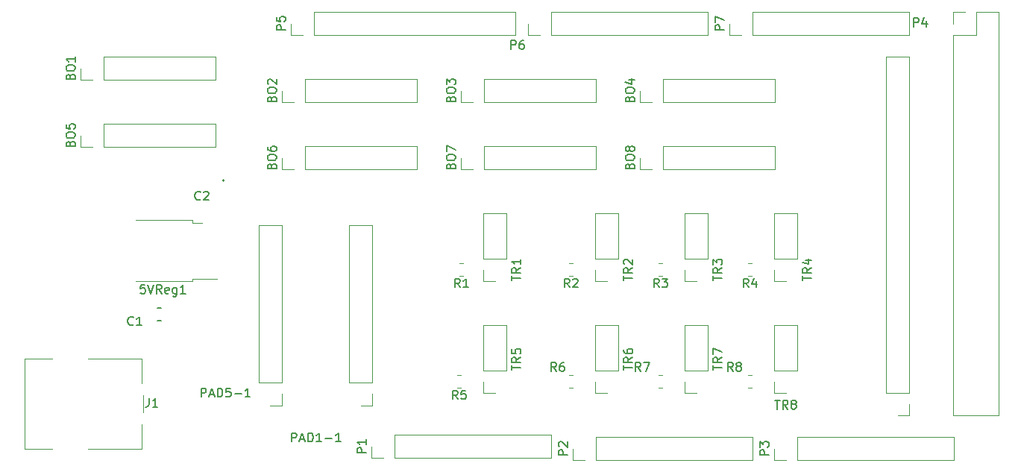
<source format=gbr>
%TF.GenerationSoftware,KiCad,Pcbnew,(7.0.0)*%
%TF.CreationDate,2023-03-13T14:58:07-04:00*%
%TF.ProjectId,warmingTray_v2,7761726d-696e-4675-9472-61795f76322e,rev?*%
%TF.SameCoordinates,Original*%
%TF.FileFunction,Legend,Top*%
%TF.FilePolarity,Positive*%
%FSLAX46Y46*%
G04 Gerber Fmt 4.6, Leading zero omitted, Abs format (unit mm)*
G04 Created by KiCad (PCBNEW (7.0.0)) date 2023-03-13 14:58:07*
%MOMM*%
%LPD*%
G01*
G04 APERTURE LIST*
%ADD10C,0.150000*%
%ADD11C,0.120000*%
%ADD12C,0.152400*%
G04 APERTURE END LIST*
D10*
%TO.C,R5*%
X150709333Y-113777380D02*
X150376000Y-113301190D01*
X150137905Y-113777380D02*
X150137905Y-112777380D01*
X150137905Y-112777380D02*
X150518857Y-112777380D01*
X150518857Y-112777380D02*
X150614095Y-112825000D01*
X150614095Y-112825000D02*
X150661714Y-112872619D01*
X150661714Y-112872619D02*
X150709333Y-112967857D01*
X150709333Y-112967857D02*
X150709333Y-113110714D01*
X150709333Y-113110714D02*
X150661714Y-113205952D01*
X150661714Y-113205952D02*
X150614095Y-113253571D01*
X150614095Y-113253571D02*
X150518857Y-113301190D01*
X150518857Y-113301190D02*
X150137905Y-113301190D01*
X151614095Y-112777380D02*
X151137905Y-112777380D01*
X151137905Y-112777380D02*
X151090286Y-113253571D01*
X151090286Y-113253571D02*
X151137905Y-113205952D01*
X151137905Y-113205952D02*
X151233143Y-113158333D01*
X151233143Y-113158333D02*
X151471238Y-113158333D01*
X151471238Y-113158333D02*
X151566476Y-113205952D01*
X151566476Y-113205952D02*
X151614095Y-113253571D01*
X151614095Y-113253571D02*
X151661714Y-113348809D01*
X151661714Y-113348809D02*
X151661714Y-113586904D01*
X151661714Y-113586904D02*
X151614095Y-113682142D01*
X151614095Y-113682142D02*
X151566476Y-113729761D01*
X151566476Y-113729761D02*
X151471238Y-113777380D01*
X151471238Y-113777380D02*
X151233143Y-113777380D01*
X151233143Y-113777380D02*
X151137905Y-113729761D01*
X151137905Y-113729761D02*
X151090286Y-113682142D01*
%TO.C,PAD5-1*%
X121571095Y-113524380D02*
X121571095Y-112524380D01*
X121571095Y-112524380D02*
X121952047Y-112524380D01*
X121952047Y-112524380D02*
X122047285Y-112572000D01*
X122047285Y-112572000D02*
X122094904Y-112619619D01*
X122094904Y-112619619D02*
X122142523Y-112714857D01*
X122142523Y-112714857D02*
X122142523Y-112857714D01*
X122142523Y-112857714D02*
X122094904Y-112952952D01*
X122094904Y-112952952D02*
X122047285Y-113000571D01*
X122047285Y-113000571D02*
X121952047Y-113048190D01*
X121952047Y-113048190D02*
X121571095Y-113048190D01*
X122523476Y-113238666D02*
X122999666Y-113238666D01*
X122428238Y-113524380D02*
X122761571Y-112524380D01*
X122761571Y-112524380D02*
X123094904Y-113524380D01*
X123428238Y-113524380D02*
X123428238Y-112524380D01*
X123428238Y-112524380D02*
X123666333Y-112524380D01*
X123666333Y-112524380D02*
X123809190Y-112572000D01*
X123809190Y-112572000D02*
X123904428Y-112667238D01*
X123904428Y-112667238D02*
X123952047Y-112762476D01*
X123952047Y-112762476D02*
X123999666Y-112952952D01*
X123999666Y-112952952D02*
X123999666Y-113095809D01*
X123999666Y-113095809D02*
X123952047Y-113286285D01*
X123952047Y-113286285D02*
X123904428Y-113381523D01*
X123904428Y-113381523D02*
X123809190Y-113476761D01*
X123809190Y-113476761D02*
X123666333Y-113524380D01*
X123666333Y-113524380D02*
X123428238Y-113524380D01*
X124904428Y-112524380D02*
X124428238Y-112524380D01*
X124428238Y-112524380D02*
X124380619Y-113000571D01*
X124380619Y-113000571D02*
X124428238Y-112952952D01*
X124428238Y-112952952D02*
X124523476Y-112905333D01*
X124523476Y-112905333D02*
X124761571Y-112905333D01*
X124761571Y-112905333D02*
X124856809Y-112952952D01*
X124856809Y-112952952D02*
X124904428Y-113000571D01*
X124904428Y-113000571D02*
X124952047Y-113095809D01*
X124952047Y-113095809D02*
X124952047Y-113333904D01*
X124952047Y-113333904D02*
X124904428Y-113429142D01*
X124904428Y-113429142D02*
X124856809Y-113476761D01*
X124856809Y-113476761D02*
X124761571Y-113524380D01*
X124761571Y-113524380D02*
X124523476Y-113524380D01*
X124523476Y-113524380D02*
X124428238Y-113476761D01*
X124428238Y-113476761D02*
X124380619Y-113429142D01*
X125380619Y-113143428D02*
X126142524Y-113143428D01*
X127142523Y-113524380D02*
X126571095Y-113524380D01*
X126856809Y-113524380D02*
X126856809Y-112524380D01*
X126856809Y-112524380D02*
X126761571Y-112667238D01*
X126761571Y-112667238D02*
X126666333Y-112762476D01*
X126666333Y-112762476D02*
X126571095Y-112810095D01*
%TO.C,P1*%
X140277380Y-119864094D02*
X139277380Y-119864094D01*
X139277380Y-119864094D02*
X139277380Y-119483142D01*
X139277380Y-119483142D02*
X139325000Y-119387904D01*
X139325000Y-119387904D02*
X139372619Y-119340285D01*
X139372619Y-119340285D02*
X139467857Y-119292666D01*
X139467857Y-119292666D02*
X139610714Y-119292666D01*
X139610714Y-119292666D02*
X139705952Y-119340285D01*
X139705952Y-119340285D02*
X139753571Y-119387904D01*
X139753571Y-119387904D02*
X139801190Y-119483142D01*
X139801190Y-119483142D02*
X139801190Y-119864094D01*
X140277380Y-118340285D02*
X140277380Y-118911713D01*
X140277380Y-118625999D02*
X139277380Y-118625999D01*
X139277380Y-118625999D02*
X139420238Y-118721237D01*
X139420238Y-118721237D02*
X139515476Y-118816475D01*
X139515476Y-118816475D02*
X139563095Y-118911713D01*
%TO.C,TR4*%
X189867380Y-100321904D02*
X189867380Y-99750476D01*
X190867380Y-100036190D02*
X189867380Y-100036190D01*
X190867380Y-98845714D02*
X190391190Y-99179047D01*
X190867380Y-99417142D02*
X189867380Y-99417142D01*
X189867380Y-99417142D02*
X189867380Y-99036190D01*
X189867380Y-99036190D02*
X189915000Y-98940952D01*
X189915000Y-98940952D02*
X189962619Y-98893333D01*
X189962619Y-98893333D02*
X190057857Y-98845714D01*
X190057857Y-98845714D02*
X190200714Y-98845714D01*
X190200714Y-98845714D02*
X190295952Y-98893333D01*
X190295952Y-98893333D02*
X190343571Y-98940952D01*
X190343571Y-98940952D02*
X190391190Y-99036190D01*
X190391190Y-99036190D02*
X190391190Y-99417142D01*
X190200714Y-97988571D02*
X190867380Y-97988571D01*
X189819761Y-98226666D02*
X190534047Y-98464761D01*
X190534047Y-98464761D02*
X190534047Y-97845714D01*
%TO.C,TR6*%
X169547380Y-110481904D02*
X169547380Y-109910476D01*
X170547380Y-110196190D02*
X169547380Y-110196190D01*
X170547380Y-109005714D02*
X170071190Y-109339047D01*
X170547380Y-109577142D02*
X169547380Y-109577142D01*
X169547380Y-109577142D02*
X169547380Y-109196190D01*
X169547380Y-109196190D02*
X169595000Y-109100952D01*
X169595000Y-109100952D02*
X169642619Y-109053333D01*
X169642619Y-109053333D02*
X169737857Y-109005714D01*
X169737857Y-109005714D02*
X169880714Y-109005714D01*
X169880714Y-109005714D02*
X169975952Y-109053333D01*
X169975952Y-109053333D02*
X170023571Y-109100952D01*
X170023571Y-109100952D02*
X170071190Y-109196190D01*
X170071190Y-109196190D02*
X170071190Y-109577142D01*
X169547380Y-108148571D02*
X169547380Y-108339047D01*
X169547380Y-108339047D02*
X169595000Y-108434285D01*
X169595000Y-108434285D02*
X169642619Y-108481904D01*
X169642619Y-108481904D02*
X169785476Y-108577142D01*
X169785476Y-108577142D02*
X169975952Y-108624761D01*
X169975952Y-108624761D02*
X170356904Y-108624761D01*
X170356904Y-108624761D02*
X170452142Y-108577142D01*
X170452142Y-108577142D02*
X170499761Y-108529523D01*
X170499761Y-108529523D02*
X170547380Y-108434285D01*
X170547380Y-108434285D02*
X170547380Y-108243809D01*
X170547380Y-108243809D02*
X170499761Y-108148571D01*
X170499761Y-108148571D02*
X170452142Y-108100952D01*
X170452142Y-108100952D02*
X170356904Y-108053333D01*
X170356904Y-108053333D02*
X170118809Y-108053333D01*
X170118809Y-108053333D02*
X170023571Y-108100952D01*
X170023571Y-108100952D02*
X169975952Y-108148571D01*
X169975952Y-108148571D02*
X169928333Y-108243809D01*
X169928333Y-108243809D02*
X169928333Y-108434285D01*
X169928333Y-108434285D02*
X169975952Y-108529523D01*
X169975952Y-108529523D02*
X170023571Y-108577142D01*
X170023571Y-108577142D02*
X170118809Y-108624761D01*
%TO.C,5VReg1*%
X115187380Y-100782380D02*
X114711190Y-100782380D01*
X114711190Y-100782380D02*
X114663571Y-101258571D01*
X114663571Y-101258571D02*
X114711190Y-101210952D01*
X114711190Y-101210952D02*
X114806428Y-101163333D01*
X114806428Y-101163333D02*
X115044523Y-101163333D01*
X115044523Y-101163333D02*
X115139761Y-101210952D01*
X115139761Y-101210952D02*
X115187380Y-101258571D01*
X115187380Y-101258571D02*
X115234999Y-101353809D01*
X115234999Y-101353809D02*
X115234999Y-101591904D01*
X115234999Y-101591904D02*
X115187380Y-101687142D01*
X115187380Y-101687142D02*
X115139761Y-101734761D01*
X115139761Y-101734761D02*
X115044523Y-101782380D01*
X115044523Y-101782380D02*
X114806428Y-101782380D01*
X114806428Y-101782380D02*
X114711190Y-101734761D01*
X114711190Y-101734761D02*
X114663571Y-101687142D01*
X115520714Y-100782380D02*
X115854047Y-101782380D01*
X115854047Y-101782380D02*
X116187380Y-100782380D01*
X117092142Y-101782380D02*
X116758809Y-101306190D01*
X116520714Y-101782380D02*
X116520714Y-100782380D01*
X116520714Y-100782380D02*
X116901666Y-100782380D01*
X116901666Y-100782380D02*
X116996904Y-100830000D01*
X116996904Y-100830000D02*
X117044523Y-100877619D01*
X117044523Y-100877619D02*
X117092142Y-100972857D01*
X117092142Y-100972857D02*
X117092142Y-101115714D01*
X117092142Y-101115714D02*
X117044523Y-101210952D01*
X117044523Y-101210952D02*
X116996904Y-101258571D01*
X116996904Y-101258571D02*
X116901666Y-101306190D01*
X116901666Y-101306190D02*
X116520714Y-101306190D01*
X117901666Y-101734761D02*
X117806428Y-101782380D01*
X117806428Y-101782380D02*
X117615952Y-101782380D01*
X117615952Y-101782380D02*
X117520714Y-101734761D01*
X117520714Y-101734761D02*
X117473095Y-101639523D01*
X117473095Y-101639523D02*
X117473095Y-101258571D01*
X117473095Y-101258571D02*
X117520714Y-101163333D01*
X117520714Y-101163333D02*
X117615952Y-101115714D01*
X117615952Y-101115714D02*
X117806428Y-101115714D01*
X117806428Y-101115714D02*
X117901666Y-101163333D01*
X117901666Y-101163333D02*
X117949285Y-101258571D01*
X117949285Y-101258571D02*
X117949285Y-101353809D01*
X117949285Y-101353809D02*
X117473095Y-101449047D01*
X118806428Y-101115714D02*
X118806428Y-101925238D01*
X118806428Y-101925238D02*
X118758809Y-102020476D01*
X118758809Y-102020476D02*
X118711190Y-102068095D01*
X118711190Y-102068095D02*
X118615952Y-102115714D01*
X118615952Y-102115714D02*
X118473095Y-102115714D01*
X118473095Y-102115714D02*
X118377857Y-102068095D01*
X118806428Y-101734761D02*
X118711190Y-101782380D01*
X118711190Y-101782380D02*
X118520714Y-101782380D01*
X118520714Y-101782380D02*
X118425476Y-101734761D01*
X118425476Y-101734761D02*
X118377857Y-101687142D01*
X118377857Y-101687142D02*
X118330238Y-101591904D01*
X118330238Y-101591904D02*
X118330238Y-101306190D01*
X118330238Y-101306190D02*
X118377857Y-101210952D01*
X118377857Y-101210952D02*
X118425476Y-101163333D01*
X118425476Y-101163333D02*
X118520714Y-101115714D01*
X118520714Y-101115714D02*
X118711190Y-101115714D01*
X118711190Y-101115714D02*
X118806428Y-101163333D01*
X119806428Y-101782380D02*
X119235000Y-101782380D01*
X119520714Y-101782380D02*
X119520714Y-100782380D01*
X119520714Y-100782380D02*
X119425476Y-100925238D01*
X119425476Y-100925238D02*
X119330238Y-101020476D01*
X119330238Y-101020476D02*
X119235000Y-101068095D01*
%TO.C,BO5*%
X106733571Y-84748571D02*
X106781190Y-84605714D01*
X106781190Y-84605714D02*
X106828809Y-84558095D01*
X106828809Y-84558095D02*
X106924047Y-84510476D01*
X106924047Y-84510476D02*
X107066904Y-84510476D01*
X107066904Y-84510476D02*
X107162142Y-84558095D01*
X107162142Y-84558095D02*
X107209761Y-84605714D01*
X107209761Y-84605714D02*
X107257380Y-84700952D01*
X107257380Y-84700952D02*
X107257380Y-85081904D01*
X107257380Y-85081904D02*
X106257380Y-85081904D01*
X106257380Y-85081904D02*
X106257380Y-84748571D01*
X106257380Y-84748571D02*
X106305000Y-84653333D01*
X106305000Y-84653333D02*
X106352619Y-84605714D01*
X106352619Y-84605714D02*
X106447857Y-84558095D01*
X106447857Y-84558095D02*
X106543095Y-84558095D01*
X106543095Y-84558095D02*
X106638333Y-84605714D01*
X106638333Y-84605714D02*
X106685952Y-84653333D01*
X106685952Y-84653333D02*
X106733571Y-84748571D01*
X106733571Y-84748571D02*
X106733571Y-85081904D01*
X106257380Y-83891428D02*
X106257380Y-83700952D01*
X106257380Y-83700952D02*
X106305000Y-83605714D01*
X106305000Y-83605714D02*
X106400238Y-83510476D01*
X106400238Y-83510476D02*
X106590714Y-83462857D01*
X106590714Y-83462857D02*
X106924047Y-83462857D01*
X106924047Y-83462857D02*
X107114523Y-83510476D01*
X107114523Y-83510476D02*
X107209761Y-83605714D01*
X107209761Y-83605714D02*
X107257380Y-83700952D01*
X107257380Y-83700952D02*
X107257380Y-83891428D01*
X107257380Y-83891428D02*
X107209761Y-83986666D01*
X107209761Y-83986666D02*
X107114523Y-84081904D01*
X107114523Y-84081904D02*
X106924047Y-84129523D01*
X106924047Y-84129523D02*
X106590714Y-84129523D01*
X106590714Y-84129523D02*
X106400238Y-84081904D01*
X106400238Y-84081904D02*
X106305000Y-83986666D01*
X106305000Y-83986666D02*
X106257380Y-83891428D01*
X106257380Y-82558095D02*
X106257380Y-83034285D01*
X106257380Y-83034285D02*
X106733571Y-83081904D01*
X106733571Y-83081904D02*
X106685952Y-83034285D01*
X106685952Y-83034285D02*
X106638333Y-82939047D01*
X106638333Y-82939047D02*
X106638333Y-82700952D01*
X106638333Y-82700952D02*
X106685952Y-82605714D01*
X106685952Y-82605714D02*
X106733571Y-82558095D01*
X106733571Y-82558095D02*
X106828809Y-82510476D01*
X106828809Y-82510476D02*
X107066904Y-82510476D01*
X107066904Y-82510476D02*
X107162142Y-82558095D01*
X107162142Y-82558095D02*
X107209761Y-82605714D01*
X107209761Y-82605714D02*
X107257380Y-82700952D01*
X107257380Y-82700952D02*
X107257380Y-82939047D01*
X107257380Y-82939047D02*
X107209761Y-83034285D01*
X107209761Y-83034285D02*
X107162142Y-83081904D01*
%TO.C,TR5*%
X156847380Y-110481904D02*
X156847380Y-109910476D01*
X157847380Y-110196190D02*
X156847380Y-110196190D01*
X157847380Y-109005714D02*
X157371190Y-109339047D01*
X157847380Y-109577142D02*
X156847380Y-109577142D01*
X156847380Y-109577142D02*
X156847380Y-109196190D01*
X156847380Y-109196190D02*
X156895000Y-109100952D01*
X156895000Y-109100952D02*
X156942619Y-109053333D01*
X156942619Y-109053333D02*
X157037857Y-109005714D01*
X157037857Y-109005714D02*
X157180714Y-109005714D01*
X157180714Y-109005714D02*
X157275952Y-109053333D01*
X157275952Y-109053333D02*
X157323571Y-109100952D01*
X157323571Y-109100952D02*
X157371190Y-109196190D01*
X157371190Y-109196190D02*
X157371190Y-109577142D01*
X156847380Y-108100952D02*
X156847380Y-108577142D01*
X156847380Y-108577142D02*
X157323571Y-108624761D01*
X157323571Y-108624761D02*
X157275952Y-108577142D01*
X157275952Y-108577142D02*
X157228333Y-108481904D01*
X157228333Y-108481904D02*
X157228333Y-108243809D01*
X157228333Y-108243809D02*
X157275952Y-108148571D01*
X157275952Y-108148571D02*
X157323571Y-108100952D01*
X157323571Y-108100952D02*
X157418809Y-108053333D01*
X157418809Y-108053333D02*
X157656904Y-108053333D01*
X157656904Y-108053333D02*
X157752142Y-108100952D01*
X157752142Y-108100952D02*
X157799761Y-108148571D01*
X157799761Y-108148571D02*
X157847380Y-108243809D01*
X157847380Y-108243809D02*
X157847380Y-108481904D01*
X157847380Y-108481904D02*
X157799761Y-108577142D01*
X157799761Y-108577142D02*
X157752142Y-108624761D01*
%TO.C,BO8*%
X170233571Y-87288571D02*
X170281190Y-87145714D01*
X170281190Y-87145714D02*
X170328809Y-87098095D01*
X170328809Y-87098095D02*
X170424047Y-87050476D01*
X170424047Y-87050476D02*
X170566904Y-87050476D01*
X170566904Y-87050476D02*
X170662142Y-87098095D01*
X170662142Y-87098095D02*
X170709761Y-87145714D01*
X170709761Y-87145714D02*
X170757380Y-87240952D01*
X170757380Y-87240952D02*
X170757380Y-87621904D01*
X170757380Y-87621904D02*
X169757380Y-87621904D01*
X169757380Y-87621904D02*
X169757380Y-87288571D01*
X169757380Y-87288571D02*
X169805000Y-87193333D01*
X169805000Y-87193333D02*
X169852619Y-87145714D01*
X169852619Y-87145714D02*
X169947857Y-87098095D01*
X169947857Y-87098095D02*
X170043095Y-87098095D01*
X170043095Y-87098095D02*
X170138333Y-87145714D01*
X170138333Y-87145714D02*
X170185952Y-87193333D01*
X170185952Y-87193333D02*
X170233571Y-87288571D01*
X170233571Y-87288571D02*
X170233571Y-87621904D01*
X169757380Y-86431428D02*
X169757380Y-86240952D01*
X169757380Y-86240952D02*
X169805000Y-86145714D01*
X169805000Y-86145714D02*
X169900238Y-86050476D01*
X169900238Y-86050476D02*
X170090714Y-86002857D01*
X170090714Y-86002857D02*
X170424047Y-86002857D01*
X170424047Y-86002857D02*
X170614523Y-86050476D01*
X170614523Y-86050476D02*
X170709761Y-86145714D01*
X170709761Y-86145714D02*
X170757380Y-86240952D01*
X170757380Y-86240952D02*
X170757380Y-86431428D01*
X170757380Y-86431428D02*
X170709761Y-86526666D01*
X170709761Y-86526666D02*
X170614523Y-86621904D01*
X170614523Y-86621904D02*
X170424047Y-86669523D01*
X170424047Y-86669523D02*
X170090714Y-86669523D01*
X170090714Y-86669523D02*
X169900238Y-86621904D01*
X169900238Y-86621904D02*
X169805000Y-86526666D01*
X169805000Y-86526666D02*
X169757380Y-86431428D01*
X170185952Y-85431428D02*
X170138333Y-85526666D01*
X170138333Y-85526666D02*
X170090714Y-85574285D01*
X170090714Y-85574285D02*
X169995476Y-85621904D01*
X169995476Y-85621904D02*
X169947857Y-85621904D01*
X169947857Y-85621904D02*
X169852619Y-85574285D01*
X169852619Y-85574285D02*
X169805000Y-85526666D01*
X169805000Y-85526666D02*
X169757380Y-85431428D01*
X169757380Y-85431428D02*
X169757380Y-85240952D01*
X169757380Y-85240952D02*
X169805000Y-85145714D01*
X169805000Y-85145714D02*
X169852619Y-85098095D01*
X169852619Y-85098095D02*
X169947857Y-85050476D01*
X169947857Y-85050476D02*
X169995476Y-85050476D01*
X169995476Y-85050476D02*
X170090714Y-85098095D01*
X170090714Y-85098095D02*
X170138333Y-85145714D01*
X170138333Y-85145714D02*
X170185952Y-85240952D01*
X170185952Y-85240952D02*
X170185952Y-85431428D01*
X170185952Y-85431428D02*
X170233571Y-85526666D01*
X170233571Y-85526666D02*
X170281190Y-85574285D01*
X170281190Y-85574285D02*
X170376428Y-85621904D01*
X170376428Y-85621904D02*
X170566904Y-85621904D01*
X170566904Y-85621904D02*
X170662142Y-85574285D01*
X170662142Y-85574285D02*
X170709761Y-85526666D01*
X170709761Y-85526666D02*
X170757380Y-85431428D01*
X170757380Y-85431428D02*
X170757380Y-85240952D01*
X170757380Y-85240952D02*
X170709761Y-85145714D01*
X170709761Y-85145714D02*
X170662142Y-85098095D01*
X170662142Y-85098095D02*
X170566904Y-85050476D01*
X170566904Y-85050476D02*
X170376428Y-85050476D01*
X170376428Y-85050476D02*
X170281190Y-85098095D01*
X170281190Y-85098095D02*
X170233571Y-85145714D01*
X170233571Y-85145714D02*
X170185952Y-85240952D01*
%TO.C,BO3*%
X149913571Y-79668571D02*
X149961190Y-79525714D01*
X149961190Y-79525714D02*
X150008809Y-79478095D01*
X150008809Y-79478095D02*
X150104047Y-79430476D01*
X150104047Y-79430476D02*
X150246904Y-79430476D01*
X150246904Y-79430476D02*
X150342142Y-79478095D01*
X150342142Y-79478095D02*
X150389761Y-79525714D01*
X150389761Y-79525714D02*
X150437380Y-79620952D01*
X150437380Y-79620952D02*
X150437380Y-80001904D01*
X150437380Y-80001904D02*
X149437380Y-80001904D01*
X149437380Y-80001904D02*
X149437380Y-79668571D01*
X149437380Y-79668571D02*
X149485000Y-79573333D01*
X149485000Y-79573333D02*
X149532619Y-79525714D01*
X149532619Y-79525714D02*
X149627857Y-79478095D01*
X149627857Y-79478095D02*
X149723095Y-79478095D01*
X149723095Y-79478095D02*
X149818333Y-79525714D01*
X149818333Y-79525714D02*
X149865952Y-79573333D01*
X149865952Y-79573333D02*
X149913571Y-79668571D01*
X149913571Y-79668571D02*
X149913571Y-80001904D01*
X149437380Y-78811428D02*
X149437380Y-78620952D01*
X149437380Y-78620952D02*
X149485000Y-78525714D01*
X149485000Y-78525714D02*
X149580238Y-78430476D01*
X149580238Y-78430476D02*
X149770714Y-78382857D01*
X149770714Y-78382857D02*
X150104047Y-78382857D01*
X150104047Y-78382857D02*
X150294523Y-78430476D01*
X150294523Y-78430476D02*
X150389761Y-78525714D01*
X150389761Y-78525714D02*
X150437380Y-78620952D01*
X150437380Y-78620952D02*
X150437380Y-78811428D01*
X150437380Y-78811428D02*
X150389761Y-78906666D01*
X150389761Y-78906666D02*
X150294523Y-79001904D01*
X150294523Y-79001904D02*
X150104047Y-79049523D01*
X150104047Y-79049523D02*
X149770714Y-79049523D01*
X149770714Y-79049523D02*
X149580238Y-79001904D01*
X149580238Y-79001904D02*
X149485000Y-78906666D01*
X149485000Y-78906666D02*
X149437380Y-78811428D01*
X149437380Y-78049523D02*
X149437380Y-77430476D01*
X149437380Y-77430476D02*
X149818333Y-77763809D01*
X149818333Y-77763809D02*
X149818333Y-77620952D01*
X149818333Y-77620952D02*
X149865952Y-77525714D01*
X149865952Y-77525714D02*
X149913571Y-77478095D01*
X149913571Y-77478095D02*
X150008809Y-77430476D01*
X150008809Y-77430476D02*
X150246904Y-77430476D01*
X150246904Y-77430476D02*
X150342142Y-77478095D01*
X150342142Y-77478095D02*
X150389761Y-77525714D01*
X150389761Y-77525714D02*
X150437380Y-77620952D01*
X150437380Y-77620952D02*
X150437380Y-77906666D01*
X150437380Y-77906666D02*
X150389761Y-78001904D01*
X150389761Y-78001904D02*
X150342142Y-78049523D01*
%TO.C,TR1*%
X156847380Y-100321904D02*
X156847380Y-99750476D01*
X157847380Y-100036190D02*
X156847380Y-100036190D01*
X157847380Y-98845714D02*
X157371190Y-99179047D01*
X157847380Y-99417142D02*
X156847380Y-99417142D01*
X156847380Y-99417142D02*
X156847380Y-99036190D01*
X156847380Y-99036190D02*
X156895000Y-98940952D01*
X156895000Y-98940952D02*
X156942619Y-98893333D01*
X156942619Y-98893333D02*
X157037857Y-98845714D01*
X157037857Y-98845714D02*
X157180714Y-98845714D01*
X157180714Y-98845714D02*
X157275952Y-98893333D01*
X157275952Y-98893333D02*
X157323571Y-98940952D01*
X157323571Y-98940952D02*
X157371190Y-99036190D01*
X157371190Y-99036190D02*
X157371190Y-99417142D01*
X157847380Y-97893333D02*
X157847380Y-98464761D01*
X157847380Y-98179047D02*
X156847380Y-98179047D01*
X156847380Y-98179047D02*
X156990238Y-98274285D01*
X156990238Y-98274285D02*
X157085476Y-98369523D01*
X157085476Y-98369523D02*
X157133095Y-98464761D01*
%TO.C,BO7*%
X149913571Y-87288571D02*
X149961190Y-87145714D01*
X149961190Y-87145714D02*
X150008809Y-87098095D01*
X150008809Y-87098095D02*
X150104047Y-87050476D01*
X150104047Y-87050476D02*
X150246904Y-87050476D01*
X150246904Y-87050476D02*
X150342142Y-87098095D01*
X150342142Y-87098095D02*
X150389761Y-87145714D01*
X150389761Y-87145714D02*
X150437380Y-87240952D01*
X150437380Y-87240952D02*
X150437380Y-87621904D01*
X150437380Y-87621904D02*
X149437380Y-87621904D01*
X149437380Y-87621904D02*
X149437380Y-87288571D01*
X149437380Y-87288571D02*
X149485000Y-87193333D01*
X149485000Y-87193333D02*
X149532619Y-87145714D01*
X149532619Y-87145714D02*
X149627857Y-87098095D01*
X149627857Y-87098095D02*
X149723095Y-87098095D01*
X149723095Y-87098095D02*
X149818333Y-87145714D01*
X149818333Y-87145714D02*
X149865952Y-87193333D01*
X149865952Y-87193333D02*
X149913571Y-87288571D01*
X149913571Y-87288571D02*
X149913571Y-87621904D01*
X149437380Y-86431428D02*
X149437380Y-86240952D01*
X149437380Y-86240952D02*
X149485000Y-86145714D01*
X149485000Y-86145714D02*
X149580238Y-86050476D01*
X149580238Y-86050476D02*
X149770714Y-86002857D01*
X149770714Y-86002857D02*
X150104047Y-86002857D01*
X150104047Y-86002857D02*
X150294523Y-86050476D01*
X150294523Y-86050476D02*
X150389761Y-86145714D01*
X150389761Y-86145714D02*
X150437380Y-86240952D01*
X150437380Y-86240952D02*
X150437380Y-86431428D01*
X150437380Y-86431428D02*
X150389761Y-86526666D01*
X150389761Y-86526666D02*
X150294523Y-86621904D01*
X150294523Y-86621904D02*
X150104047Y-86669523D01*
X150104047Y-86669523D02*
X149770714Y-86669523D01*
X149770714Y-86669523D02*
X149580238Y-86621904D01*
X149580238Y-86621904D02*
X149485000Y-86526666D01*
X149485000Y-86526666D02*
X149437380Y-86431428D01*
X149437380Y-85669523D02*
X149437380Y-85002857D01*
X149437380Y-85002857D02*
X150437380Y-85431428D01*
%TO.C,P4*%
X202461905Y-71487380D02*
X202461905Y-70487380D01*
X202461905Y-70487380D02*
X202842857Y-70487380D01*
X202842857Y-70487380D02*
X202938095Y-70535000D01*
X202938095Y-70535000D02*
X202985714Y-70582619D01*
X202985714Y-70582619D02*
X203033333Y-70677857D01*
X203033333Y-70677857D02*
X203033333Y-70820714D01*
X203033333Y-70820714D02*
X202985714Y-70915952D01*
X202985714Y-70915952D02*
X202938095Y-70963571D01*
X202938095Y-70963571D02*
X202842857Y-71011190D01*
X202842857Y-71011190D02*
X202461905Y-71011190D01*
X203890476Y-70820714D02*
X203890476Y-71487380D01*
X203652381Y-70439761D02*
X203414286Y-71154047D01*
X203414286Y-71154047D02*
X204033333Y-71154047D01*
%TO.C,R4*%
X183713333Y-101077380D02*
X183380000Y-100601190D01*
X183141905Y-101077380D02*
X183141905Y-100077380D01*
X183141905Y-100077380D02*
X183522857Y-100077380D01*
X183522857Y-100077380D02*
X183618095Y-100125000D01*
X183618095Y-100125000D02*
X183665714Y-100172619D01*
X183665714Y-100172619D02*
X183713333Y-100267857D01*
X183713333Y-100267857D02*
X183713333Y-100410714D01*
X183713333Y-100410714D02*
X183665714Y-100505952D01*
X183665714Y-100505952D02*
X183618095Y-100553571D01*
X183618095Y-100553571D02*
X183522857Y-100601190D01*
X183522857Y-100601190D02*
X183141905Y-100601190D01*
X184570476Y-100410714D02*
X184570476Y-101077380D01*
X184332381Y-100029761D02*
X184094286Y-100744047D01*
X184094286Y-100744047D02*
X184713333Y-100744047D01*
%TO.C,R1*%
X150963333Y-101077380D02*
X150630000Y-100601190D01*
X150391905Y-101077380D02*
X150391905Y-100077380D01*
X150391905Y-100077380D02*
X150772857Y-100077380D01*
X150772857Y-100077380D02*
X150868095Y-100125000D01*
X150868095Y-100125000D02*
X150915714Y-100172619D01*
X150915714Y-100172619D02*
X150963333Y-100267857D01*
X150963333Y-100267857D02*
X150963333Y-100410714D01*
X150963333Y-100410714D02*
X150915714Y-100505952D01*
X150915714Y-100505952D02*
X150868095Y-100553571D01*
X150868095Y-100553571D02*
X150772857Y-100601190D01*
X150772857Y-100601190D02*
X150391905Y-100601190D01*
X151915714Y-101077380D02*
X151344286Y-101077380D01*
X151630000Y-101077380D02*
X151630000Y-100077380D01*
X151630000Y-100077380D02*
X151534762Y-100220238D01*
X151534762Y-100220238D02*
X151439524Y-100315476D01*
X151439524Y-100315476D02*
X151344286Y-100363095D01*
%TO.C,PAD1-1*%
X131858095Y-118604380D02*
X131858095Y-117604380D01*
X131858095Y-117604380D02*
X132239047Y-117604380D01*
X132239047Y-117604380D02*
X132334285Y-117652000D01*
X132334285Y-117652000D02*
X132381904Y-117699619D01*
X132381904Y-117699619D02*
X132429523Y-117794857D01*
X132429523Y-117794857D02*
X132429523Y-117937714D01*
X132429523Y-117937714D02*
X132381904Y-118032952D01*
X132381904Y-118032952D02*
X132334285Y-118080571D01*
X132334285Y-118080571D02*
X132239047Y-118128190D01*
X132239047Y-118128190D02*
X131858095Y-118128190D01*
X132810476Y-118318666D02*
X133286666Y-118318666D01*
X132715238Y-118604380D02*
X133048571Y-117604380D01*
X133048571Y-117604380D02*
X133381904Y-118604380D01*
X133715238Y-118604380D02*
X133715238Y-117604380D01*
X133715238Y-117604380D02*
X133953333Y-117604380D01*
X133953333Y-117604380D02*
X134096190Y-117652000D01*
X134096190Y-117652000D02*
X134191428Y-117747238D01*
X134191428Y-117747238D02*
X134239047Y-117842476D01*
X134239047Y-117842476D02*
X134286666Y-118032952D01*
X134286666Y-118032952D02*
X134286666Y-118175809D01*
X134286666Y-118175809D02*
X134239047Y-118366285D01*
X134239047Y-118366285D02*
X134191428Y-118461523D01*
X134191428Y-118461523D02*
X134096190Y-118556761D01*
X134096190Y-118556761D02*
X133953333Y-118604380D01*
X133953333Y-118604380D02*
X133715238Y-118604380D01*
X135239047Y-118604380D02*
X134667619Y-118604380D01*
X134953333Y-118604380D02*
X134953333Y-117604380D01*
X134953333Y-117604380D02*
X134858095Y-117747238D01*
X134858095Y-117747238D02*
X134762857Y-117842476D01*
X134762857Y-117842476D02*
X134667619Y-117890095D01*
X135667619Y-118223428D02*
X136429524Y-118223428D01*
X137429523Y-118604380D02*
X136858095Y-118604380D01*
X137143809Y-118604380D02*
X137143809Y-117604380D01*
X137143809Y-117604380D02*
X137048571Y-117747238D01*
X137048571Y-117747238D02*
X136953333Y-117842476D01*
X136953333Y-117842476D02*
X136858095Y-117890095D01*
%TO.C,C2*%
X121499333Y-91077142D02*
X121451714Y-91124761D01*
X121451714Y-91124761D02*
X121308857Y-91172380D01*
X121308857Y-91172380D02*
X121213619Y-91172380D01*
X121213619Y-91172380D02*
X121070762Y-91124761D01*
X121070762Y-91124761D02*
X120975524Y-91029523D01*
X120975524Y-91029523D02*
X120927905Y-90934285D01*
X120927905Y-90934285D02*
X120880286Y-90743809D01*
X120880286Y-90743809D02*
X120880286Y-90600952D01*
X120880286Y-90600952D02*
X120927905Y-90410476D01*
X120927905Y-90410476D02*
X120975524Y-90315238D01*
X120975524Y-90315238D02*
X121070762Y-90220000D01*
X121070762Y-90220000D02*
X121213619Y-90172380D01*
X121213619Y-90172380D02*
X121308857Y-90172380D01*
X121308857Y-90172380D02*
X121451714Y-90220000D01*
X121451714Y-90220000D02*
X121499333Y-90267619D01*
X121880286Y-90267619D02*
X121927905Y-90220000D01*
X121927905Y-90220000D02*
X122023143Y-90172380D01*
X122023143Y-90172380D02*
X122261238Y-90172380D01*
X122261238Y-90172380D02*
X122356476Y-90220000D01*
X122356476Y-90220000D02*
X122404095Y-90267619D01*
X122404095Y-90267619D02*
X122451714Y-90362857D01*
X122451714Y-90362857D02*
X122451714Y-90458095D01*
X122451714Y-90458095D02*
X122404095Y-90600952D01*
X122404095Y-90600952D02*
X121832667Y-91172380D01*
X121832667Y-91172380D02*
X122451714Y-91172380D01*
%TO.C,R3*%
X173553333Y-101077380D02*
X173220000Y-100601190D01*
X172981905Y-101077380D02*
X172981905Y-100077380D01*
X172981905Y-100077380D02*
X173362857Y-100077380D01*
X173362857Y-100077380D02*
X173458095Y-100125000D01*
X173458095Y-100125000D02*
X173505714Y-100172619D01*
X173505714Y-100172619D02*
X173553333Y-100267857D01*
X173553333Y-100267857D02*
X173553333Y-100410714D01*
X173553333Y-100410714D02*
X173505714Y-100505952D01*
X173505714Y-100505952D02*
X173458095Y-100553571D01*
X173458095Y-100553571D02*
X173362857Y-100601190D01*
X173362857Y-100601190D02*
X172981905Y-100601190D01*
X173886667Y-100077380D02*
X174505714Y-100077380D01*
X174505714Y-100077380D02*
X174172381Y-100458333D01*
X174172381Y-100458333D02*
X174315238Y-100458333D01*
X174315238Y-100458333D02*
X174410476Y-100505952D01*
X174410476Y-100505952D02*
X174458095Y-100553571D01*
X174458095Y-100553571D02*
X174505714Y-100648809D01*
X174505714Y-100648809D02*
X174505714Y-100886904D01*
X174505714Y-100886904D02*
X174458095Y-100982142D01*
X174458095Y-100982142D02*
X174410476Y-101029761D01*
X174410476Y-101029761D02*
X174315238Y-101077380D01*
X174315238Y-101077380D02*
X174029524Y-101077380D01*
X174029524Y-101077380D02*
X173934286Y-101029761D01*
X173934286Y-101029761D02*
X173886667Y-100982142D01*
%TO.C,R2*%
X163393333Y-101077380D02*
X163060000Y-100601190D01*
X162821905Y-101077380D02*
X162821905Y-100077380D01*
X162821905Y-100077380D02*
X163202857Y-100077380D01*
X163202857Y-100077380D02*
X163298095Y-100125000D01*
X163298095Y-100125000D02*
X163345714Y-100172619D01*
X163345714Y-100172619D02*
X163393333Y-100267857D01*
X163393333Y-100267857D02*
X163393333Y-100410714D01*
X163393333Y-100410714D02*
X163345714Y-100505952D01*
X163345714Y-100505952D02*
X163298095Y-100553571D01*
X163298095Y-100553571D02*
X163202857Y-100601190D01*
X163202857Y-100601190D02*
X162821905Y-100601190D01*
X163774286Y-100172619D02*
X163821905Y-100125000D01*
X163821905Y-100125000D02*
X163917143Y-100077380D01*
X163917143Y-100077380D02*
X164155238Y-100077380D01*
X164155238Y-100077380D02*
X164250476Y-100125000D01*
X164250476Y-100125000D02*
X164298095Y-100172619D01*
X164298095Y-100172619D02*
X164345714Y-100267857D01*
X164345714Y-100267857D02*
X164345714Y-100363095D01*
X164345714Y-100363095D02*
X164298095Y-100505952D01*
X164298095Y-100505952D02*
X163726667Y-101077380D01*
X163726667Y-101077380D02*
X164345714Y-101077380D01*
%TO.C,R7*%
X171457833Y-110603380D02*
X171124500Y-110127190D01*
X170886405Y-110603380D02*
X170886405Y-109603380D01*
X170886405Y-109603380D02*
X171267357Y-109603380D01*
X171267357Y-109603380D02*
X171362595Y-109651000D01*
X171362595Y-109651000D02*
X171410214Y-109698619D01*
X171410214Y-109698619D02*
X171457833Y-109793857D01*
X171457833Y-109793857D02*
X171457833Y-109936714D01*
X171457833Y-109936714D02*
X171410214Y-110031952D01*
X171410214Y-110031952D02*
X171362595Y-110079571D01*
X171362595Y-110079571D02*
X171267357Y-110127190D01*
X171267357Y-110127190D02*
X170886405Y-110127190D01*
X171791167Y-109603380D02*
X172457833Y-109603380D01*
X172457833Y-109603380D02*
X172029262Y-110603380D01*
%TO.C,BO2*%
X129593571Y-79668571D02*
X129641190Y-79525714D01*
X129641190Y-79525714D02*
X129688809Y-79478095D01*
X129688809Y-79478095D02*
X129784047Y-79430476D01*
X129784047Y-79430476D02*
X129926904Y-79430476D01*
X129926904Y-79430476D02*
X130022142Y-79478095D01*
X130022142Y-79478095D02*
X130069761Y-79525714D01*
X130069761Y-79525714D02*
X130117380Y-79620952D01*
X130117380Y-79620952D02*
X130117380Y-80001904D01*
X130117380Y-80001904D02*
X129117380Y-80001904D01*
X129117380Y-80001904D02*
X129117380Y-79668571D01*
X129117380Y-79668571D02*
X129165000Y-79573333D01*
X129165000Y-79573333D02*
X129212619Y-79525714D01*
X129212619Y-79525714D02*
X129307857Y-79478095D01*
X129307857Y-79478095D02*
X129403095Y-79478095D01*
X129403095Y-79478095D02*
X129498333Y-79525714D01*
X129498333Y-79525714D02*
X129545952Y-79573333D01*
X129545952Y-79573333D02*
X129593571Y-79668571D01*
X129593571Y-79668571D02*
X129593571Y-80001904D01*
X129117380Y-78811428D02*
X129117380Y-78620952D01*
X129117380Y-78620952D02*
X129165000Y-78525714D01*
X129165000Y-78525714D02*
X129260238Y-78430476D01*
X129260238Y-78430476D02*
X129450714Y-78382857D01*
X129450714Y-78382857D02*
X129784047Y-78382857D01*
X129784047Y-78382857D02*
X129974523Y-78430476D01*
X129974523Y-78430476D02*
X130069761Y-78525714D01*
X130069761Y-78525714D02*
X130117380Y-78620952D01*
X130117380Y-78620952D02*
X130117380Y-78811428D01*
X130117380Y-78811428D02*
X130069761Y-78906666D01*
X130069761Y-78906666D02*
X129974523Y-79001904D01*
X129974523Y-79001904D02*
X129784047Y-79049523D01*
X129784047Y-79049523D02*
X129450714Y-79049523D01*
X129450714Y-79049523D02*
X129260238Y-79001904D01*
X129260238Y-79001904D02*
X129165000Y-78906666D01*
X129165000Y-78906666D02*
X129117380Y-78811428D01*
X129212619Y-78001904D02*
X129165000Y-77954285D01*
X129165000Y-77954285D02*
X129117380Y-77859047D01*
X129117380Y-77859047D02*
X129117380Y-77620952D01*
X129117380Y-77620952D02*
X129165000Y-77525714D01*
X129165000Y-77525714D02*
X129212619Y-77478095D01*
X129212619Y-77478095D02*
X129307857Y-77430476D01*
X129307857Y-77430476D02*
X129403095Y-77430476D01*
X129403095Y-77430476D02*
X129545952Y-77478095D01*
X129545952Y-77478095D02*
X130117380Y-78049523D01*
X130117380Y-78049523D02*
X130117380Y-77430476D01*
%TO.C,TR3*%
X179707380Y-100321904D02*
X179707380Y-99750476D01*
X180707380Y-100036190D02*
X179707380Y-100036190D01*
X180707380Y-98845714D02*
X180231190Y-99179047D01*
X180707380Y-99417142D02*
X179707380Y-99417142D01*
X179707380Y-99417142D02*
X179707380Y-99036190D01*
X179707380Y-99036190D02*
X179755000Y-98940952D01*
X179755000Y-98940952D02*
X179802619Y-98893333D01*
X179802619Y-98893333D02*
X179897857Y-98845714D01*
X179897857Y-98845714D02*
X180040714Y-98845714D01*
X180040714Y-98845714D02*
X180135952Y-98893333D01*
X180135952Y-98893333D02*
X180183571Y-98940952D01*
X180183571Y-98940952D02*
X180231190Y-99036190D01*
X180231190Y-99036190D02*
X180231190Y-99417142D01*
X179707380Y-98512380D02*
X179707380Y-97893333D01*
X179707380Y-97893333D02*
X180088333Y-98226666D01*
X180088333Y-98226666D02*
X180088333Y-98083809D01*
X180088333Y-98083809D02*
X180135952Y-97988571D01*
X180135952Y-97988571D02*
X180183571Y-97940952D01*
X180183571Y-97940952D02*
X180278809Y-97893333D01*
X180278809Y-97893333D02*
X180516904Y-97893333D01*
X180516904Y-97893333D02*
X180612142Y-97940952D01*
X180612142Y-97940952D02*
X180659761Y-97988571D01*
X180659761Y-97988571D02*
X180707380Y-98083809D01*
X180707380Y-98083809D02*
X180707380Y-98369523D01*
X180707380Y-98369523D02*
X180659761Y-98464761D01*
X180659761Y-98464761D02*
X180612142Y-98512380D01*
%TO.C,BO1*%
X106733571Y-77128571D02*
X106781190Y-76985714D01*
X106781190Y-76985714D02*
X106828809Y-76938095D01*
X106828809Y-76938095D02*
X106924047Y-76890476D01*
X106924047Y-76890476D02*
X107066904Y-76890476D01*
X107066904Y-76890476D02*
X107162142Y-76938095D01*
X107162142Y-76938095D02*
X107209761Y-76985714D01*
X107209761Y-76985714D02*
X107257380Y-77080952D01*
X107257380Y-77080952D02*
X107257380Y-77461904D01*
X107257380Y-77461904D02*
X106257380Y-77461904D01*
X106257380Y-77461904D02*
X106257380Y-77128571D01*
X106257380Y-77128571D02*
X106305000Y-77033333D01*
X106305000Y-77033333D02*
X106352619Y-76985714D01*
X106352619Y-76985714D02*
X106447857Y-76938095D01*
X106447857Y-76938095D02*
X106543095Y-76938095D01*
X106543095Y-76938095D02*
X106638333Y-76985714D01*
X106638333Y-76985714D02*
X106685952Y-77033333D01*
X106685952Y-77033333D02*
X106733571Y-77128571D01*
X106733571Y-77128571D02*
X106733571Y-77461904D01*
X106257380Y-76271428D02*
X106257380Y-76080952D01*
X106257380Y-76080952D02*
X106305000Y-75985714D01*
X106305000Y-75985714D02*
X106400238Y-75890476D01*
X106400238Y-75890476D02*
X106590714Y-75842857D01*
X106590714Y-75842857D02*
X106924047Y-75842857D01*
X106924047Y-75842857D02*
X107114523Y-75890476D01*
X107114523Y-75890476D02*
X107209761Y-75985714D01*
X107209761Y-75985714D02*
X107257380Y-76080952D01*
X107257380Y-76080952D02*
X107257380Y-76271428D01*
X107257380Y-76271428D02*
X107209761Y-76366666D01*
X107209761Y-76366666D02*
X107114523Y-76461904D01*
X107114523Y-76461904D02*
X106924047Y-76509523D01*
X106924047Y-76509523D02*
X106590714Y-76509523D01*
X106590714Y-76509523D02*
X106400238Y-76461904D01*
X106400238Y-76461904D02*
X106305000Y-76366666D01*
X106305000Y-76366666D02*
X106257380Y-76271428D01*
X107257380Y-74890476D02*
X107257380Y-75461904D01*
X107257380Y-75176190D02*
X106257380Y-75176190D01*
X106257380Y-75176190D02*
X106400238Y-75271428D01*
X106400238Y-75271428D02*
X106495476Y-75366666D01*
X106495476Y-75366666D02*
X106543095Y-75461904D01*
%TO.C,R8*%
X181948033Y-110603380D02*
X181614700Y-110127190D01*
X181376605Y-110603380D02*
X181376605Y-109603380D01*
X181376605Y-109603380D02*
X181757557Y-109603380D01*
X181757557Y-109603380D02*
X181852795Y-109651000D01*
X181852795Y-109651000D02*
X181900414Y-109698619D01*
X181900414Y-109698619D02*
X181948033Y-109793857D01*
X181948033Y-109793857D02*
X181948033Y-109936714D01*
X181948033Y-109936714D02*
X181900414Y-110031952D01*
X181900414Y-110031952D02*
X181852795Y-110079571D01*
X181852795Y-110079571D02*
X181757557Y-110127190D01*
X181757557Y-110127190D02*
X181376605Y-110127190D01*
X182519462Y-110031952D02*
X182424224Y-109984333D01*
X182424224Y-109984333D02*
X182376605Y-109936714D01*
X182376605Y-109936714D02*
X182328986Y-109841476D01*
X182328986Y-109841476D02*
X182328986Y-109793857D01*
X182328986Y-109793857D02*
X182376605Y-109698619D01*
X182376605Y-109698619D02*
X182424224Y-109651000D01*
X182424224Y-109651000D02*
X182519462Y-109603380D01*
X182519462Y-109603380D02*
X182709938Y-109603380D01*
X182709938Y-109603380D02*
X182805176Y-109651000D01*
X182805176Y-109651000D02*
X182852795Y-109698619D01*
X182852795Y-109698619D02*
X182900414Y-109793857D01*
X182900414Y-109793857D02*
X182900414Y-109841476D01*
X182900414Y-109841476D02*
X182852795Y-109936714D01*
X182852795Y-109936714D02*
X182805176Y-109984333D01*
X182805176Y-109984333D02*
X182709938Y-110031952D01*
X182709938Y-110031952D02*
X182519462Y-110031952D01*
X182519462Y-110031952D02*
X182424224Y-110079571D01*
X182424224Y-110079571D02*
X182376605Y-110127190D01*
X182376605Y-110127190D02*
X182328986Y-110222428D01*
X182328986Y-110222428D02*
X182328986Y-110412904D01*
X182328986Y-110412904D02*
X182376605Y-110508142D01*
X182376605Y-110508142D02*
X182424224Y-110555761D01*
X182424224Y-110555761D02*
X182519462Y-110603380D01*
X182519462Y-110603380D02*
X182709938Y-110603380D01*
X182709938Y-110603380D02*
X182805176Y-110555761D01*
X182805176Y-110555761D02*
X182852795Y-110508142D01*
X182852795Y-110508142D02*
X182900414Y-110412904D01*
X182900414Y-110412904D02*
X182900414Y-110222428D01*
X182900414Y-110222428D02*
X182852795Y-110127190D01*
X182852795Y-110127190D02*
X182805176Y-110079571D01*
X182805176Y-110079571D02*
X182709938Y-110031952D01*
%TO.C,P5*%
X131133380Y-71858094D02*
X130133380Y-71858094D01*
X130133380Y-71858094D02*
X130133380Y-71477142D01*
X130133380Y-71477142D02*
X130181000Y-71381904D01*
X130181000Y-71381904D02*
X130228619Y-71334285D01*
X130228619Y-71334285D02*
X130323857Y-71286666D01*
X130323857Y-71286666D02*
X130466714Y-71286666D01*
X130466714Y-71286666D02*
X130561952Y-71334285D01*
X130561952Y-71334285D02*
X130609571Y-71381904D01*
X130609571Y-71381904D02*
X130657190Y-71477142D01*
X130657190Y-71477142D02*
X130657190Y-71858094D01*
X130133380Y-70381904D02*
X130133380Y-70858094D01*
X130133380Y-70858094D02*
X130609571Y-70905713D01*
X130609571Y-70905713D02*
X130561952Y-70858094D01*
X130561952Y-70858094D02*
X130514333Y-70762856D01*
X130514333Y-70762856D02*
X130514333Y-70524761D01*
X130514333Y-70524761D02*
X130561952Y-70429523D01*
X130561952Y-70429523D02*
X130609571Y-70381904D01*
X130609571Y-70381904D02*
X130704809Y-70334285D01*
X130704809Y-70334285D02*
X130942904Y-70334285D01*
X130942904Y-70334285D02*
X131038142Y-70381904D01*
X131038142Y-70381904D02*
X131085761Y-70429523D01*
X131085761Y-70429523D02*
X131133380Y-70524761D01*
X131133380Y-70524761D02*
X131133380Y-70762856D01*
X131133380Y-70762856D02*
X131085761Y-70858094D01*
X131085761Y-70858094D02*
X131038142Y-70905713D01*
%TO.C,TR7*%
X179707380Y-110481904D02*
X179707380Y-109910476D01*
X180707380Y-110196190D02*
X179707380Y-110196190D01*
X180707380Y-109005714D02*
X180231190Y-109339047D01*
X180707380Y-109577142D02*
X179707380Y-109577142D01*
X179707380Y-109577142D02*
X179707380Y-109196190D01*
X179707380Y-109196190D02*
X179755000Y-109100952D01*
X179755000Y-109100952D02*
X179802619Y-109053333D01*
X179802619Y-109053333D02*
X179897857Y-109005714D01*
X179897857Y-109005714D02*
X180040714Y-109005714D01*
X180040714Y-109005714D02*
X180135952Y-109053333D01*
X180135952Y-109053333D02*
X180183571Y-109100952D01*
X180183571Y-109100952D02*
X180231190Y-109196190D01*
X180231190Y-109196190D02*
X180231190Y-109577142D01*
X179707380Y-108672380D02*
X179707380Y-108005714D01*
X179707380Y-108005714D02*
X180707380Y-108434285D01*
%TO.C,P7*%
X180917380Y-71858094D02*
X179917380Y-71858094D01*
X179917380Y-71858094D02*
X179917380Y-71477142D01*
X179917380Y-71477142D02*
X179965000Y-71381904D01*
X179965000Y-71381904D02*
X180012619Y-71334285D01*
X180012619Y-71334285D02*
X180107857Y-71286666D01*
X180107857Y-71286666D02*
X180250714Y-71286666D01*
X180250714Y-71286666D02*
X180345952Y-71334285D01*
X180345952Y-71334285D02*
X180393571Y-71381904D01*
X180393571Y-71381904D02*
X180441190Y-71477142D01*
X180441190Y-71477142D02*
X180441190Y-71858094D01*
X179917380Y-70953332D02*
X179917380Y-70286666D01*
X179917380Y-70286666D02*
X180917380Y-70715237D01*
%TO.C,TR8*%
X186698095Y-113897380D02*
X187269523Y-113897380D01*
X186983809Y-114897380D02*
X186983809Y-113897380D01*
X188174285Y-114897380D02*
X187840952Y-114421190D01*
X187602857Y-114897380D02*
X187602857Y-113897380D01*
X187602857Y-113897380D02*
X187983809Y-113897380D01*
X187983809Y-113897380D02*
X188079047Y-113945000D01*
X188079047Y-113945000D02*
X188126666Y-113992619D01*
X188126666Y-113992619D02*
X188174285Y-114087857D01*
X188174285Y-114087857D02*
X188174285Y-114230714D01*
X188174285Y-114230714D02*
X188126666Y-114325952D01*
X188126666Y-114325952D02*
X188079047Y-114373571D01*
X188079047Y-114373571D02*
X187983809Y-114421190D01*
X187983809Y-114421190D02*
X187602857Y-114421190D01*
X188745714Y-114325952D02*
X188650476Y-114278333D01*
X188650476Y-114278333D02*
X188602857Y-114230714D01*
X188602857Y-114230714D02*
X188555238Y-114135476D01*
X188555238Y-114135476D02*
X188555238Y-114087857D01*
X188555238Y-114087857D02*
X188602857Y-113992619D01*
X188602857Y-113992619D02*
X188650476Y-113945000D01*
X188650476Y-113945000D02*
X188745714Y-113897380D01*
X188745714Y-113897380D02*
X188936190Y-113897380D01*
X188936190Y-113897380D02*
X189031428Y-113945000D01*
X189031428Y-113945000D02*
X189079047Y-113992619D01*
X189079047Y-113992619D02*
X189126666Y-114087857D01*
X189126666Y-114087857D02*
X189126666Y-114135476D01*
X189126666Y-114135476D02*
X189079047Y-114230714D01*
X189079047Y-114230714D02*
X189031428Y-114278333D01*
X189031428Y-114278333D02*
X188936190Y-114325952D01*
X188936190Y-114325952D02*
X188745714Y-114325952D01*
X188745714Y-114325952D02*
X188650476Y-114373571D01*
X188650476Y-114373571D02*
X188602857Y-114421190D01*
X188602857Y-114421190D02*
X188555238Y-114516428D01*
X188555238Y-114516428D02*
X188555238Y-114706904D01*
X188555238Y-114706904D02*
X188602857Y-114802142D01*
X188602857Y-114802142D02*
X188650476Y-114849761D01*
X188650476Y-114849761D02*
X188745714Y-114897380D01*
X188745714Y-114897380D02*
X188936190Y-114897380D01*
X188936190Y-114897380D02*
X189031428Y-114849761D01*
X189031428Y-114849761D02*
X189079047Y-114802142D01*
X189079047Y-114802142D02*
X189126666Y-114706904D01*
X189126666Y-114706904D02*
X189126666Y-114516428D01*
X189126666Y-114516428D02*
X189079047Y-114421190D01*
X189079047Y-114421190D02*
X189031428Y-114373571D01*
X189031428Y-114373571D02*
X188936190Y-114325952D01*
%TO.C,C1*%
X113879333Y-105301142D02*
X113831714Y-105348761D01*
X113831714Y-105348761D02*
X113688857Y-105396380D01*
X113688857Y-105396380D02*
X113593619Y-105396380D01*
X113593619Y-105396380D02*
X113450762Y-105348761D01*
X113450762Y-105348761D02*
X113355524Y-105253523D01*
X113355524Y-105253523D02*
X113307905Y-105158285D01*
X113307905Y-105158285D02*
X113260286Y-104967809D01*
X113260286Y-104967809D02*
X113260286Y-104824952D01*
X113260286Y-104824952D02*
X113307905Y-104634476D01*
X113307905Y-104634476D02*
X113355524Y-104539238D01*
X113355524Y-104539238D02*
X113450762Y-104444000D01*
X113450762Y-104444000D02*
X113593619Y-104396380D01*
X113593619Y-104396380D02*
X113688857Y-104396380D01*
X113688857Y-104396380D02*
X113831714Y-104444000D01*
X113831714Y-104444000D02*
X113879333Y-104491619D01*
X114831714Y-105396380D02*
X114260286Y-105396380D01*
X114546000Y-105396380D02*
X114546000Y-104396380D01*
X114546000Y-104396380D02*
X114450762Y-104539238D01*
X114450762Y-104539238D02*
X114355524Y-104634476D01*
X114355524Y-104634476D02*
X114260286Y-104682095D01*
%TO.C,BO6*%
X129593571Y-87288571D02*
X129641190Y-87145714D01*
X129641190Y-87145714D02*
X129688809Y-87098095D01*
X129688809Y-87098095D02*
X129784047Y-87050476D01*
X129784047Y-87050476D02*
X129926904Y-87050476D01*
X129926904Y-87050476D02*
X130022142Y-87098095D01*
X130022142Y-87098095D02*
X130069761Y-87145714D01*
X130069761Y-87145714D02*
X130117380Y-87240952D01*
X130117380Y-87240952D02*
X130117380Y-87621904D01*
X130117380Y-87621904D02*
X129117380Y-87621904D01*
X129117380Y-87621904D02*
X129117380Y-87288571D01*
X129117380Y-87288571D02*
X129165000Y-87193333D01*
X129165000Y-87193333D02*
X129212619Y-87145714D01*
X129212619Y-87145714D02*
X129307857Y-87098095D01*
X129307857Y-87098095D02*
X129403095Y-87098095D01*
X129403095Y-87098095D02*
X129498333Y-87145714D01*
X129498333Y-87145714D02*
X129545952Y-87193333D01*
X129545952Y-87193333D02*
X129593571Y-87288571D01*
X129593571Y-87288571D02*
X129593571Y-87621904D01*
X129117380Y-86431428D02*
X129117380Y-86240952D01*
X129117380Y-86240952D02*
X129165000Y-86145714D01*
X129165000Y-86145714D02*
X129260238Y-86050476D01*
X129260238Y-86050476D02*
X129450714Y-86002857D01*
X129450714Y-86002857D02*
X129784047Y-86002857D01*
X129784047Y-86002857D02*
X129974523Y-86050476D01*
X129974523Y-86050476D02*
X130069761Y-86145714D01*
X130069761Y-86145714D02*
X130117380Y-86240952D01*
X130117380Y-86240952D02*
X130117380Y-86431428D01*
X130117380Y-86431428D02*
X130069761Y-86526666D01*
X130069761Y-86526666D02*
X129974523Y-86621904D01*
X129974523Y-86621904D02*
X129784047Y-86669523D01*
X129784047Y-86669523D02*
X129450714Y-86669523D01*
X129450714Y-86669523D02*
X129260238Y-86621904D01*
X129260238Y-86621904D02*
X129165000Y-86526666D01*
X129165000Y-86526666D02*
X129117380Y-86431428D01*
X129117380Y-85145714D02*
X129117380Y-85336190D01*
X129117380Y-85336190D02*
X129165000Y-85431428D01*
X129165000Y-85431428D02*
X129212619Y-85479047D01*
X129212619Y-85479047D02*
X129355476Y-85574285D01*
X129355476Y-85574285D02*
X129545952Y-85621904D01*
X129545952Y-85621904D02*
X129926904Y-85621904D01*
X129926904Y-85621904D02*
X130022142Y-85574285D01*
X130022142Y-85574285D02*
X130069761Y-85526666D01*
X130069761Y-85526666D02*
X130117380Y-85431428D01*
X130117380Y-85431428D02*
X130117380Y-85240952D01*
X130117380Y-85240952D02*
X130069761Y-85145714D01*
X130069761Y-85145714D02*
X130022142Y-85098095D01*
X130022142Y-85098095D02*
X129926904Y-85050476D01*
X129926904Y-85050476D02*
X129688809Y-85050476D01*
X129688809Y-85050476D02*
X129593571Y-85098095D01*
X129593571Y-85098095D02*
X129545952Y-85145714D01*
X129545952Y-85145714D02*
X129498333Y-85240952D01*
X129498333Y-85240952D02*
X129498333Y-85431428D01*
X129498333Y-85431428D02*
X129545952Y-85526666D01*
X129545952Y-85526666D02*
X129593571Y-85574285D01*
X129593571Y-85574285D02*
X129688809Y-85621904D01*
%TO.C,J1*%
X115646666Y-113667380D02*
X115646666Y-114381666D01*
X115646666Y-114381666D02*
X115599047Y-114524523D01*
X115599047Y-114524523D02*
X115503809Y-114619761D01*
X115503809Y-114619761D02*
X115360952Y-114667380D01*
X115360952Y-114667380D02*
X115265714Y-114667380D01*
X116646666Y-114667380D02*
X116075238Y-114667380D01*
X116360952Y-114667380D02*
X116360952Y-113667380D01*
X116360952Y-113667380D02*
X116265714Y-113810238D01*
X116265714Y-113810238D02*
X116170476Y-113905476D01*
X116170476Y-113905476D02*
X116075238Y-113953095D01*
%TO.C,R6*%
X161885333Y-110603380D02*
X161552000Y-110127190D01*
X161313905Y-110603380D02*
X161313905Y-109603380D01*
X161313905Y-109603380D02*
X161694857Y-109603380D01*
X161694857Y-109603380D02*
X161790095Y-109651000D01*
X161790095Y-109651000D02*
X161837714Y-109698619D01*
X161837714Y-109698619D02*
X161885333Y-109793857D01*
X161885333Y-109793857D02*
X161885333Y-109936714D01*
X161885333Y-109936714D02*
X161837714Y-110031952D01*
X161837714Y-110031952D02*
X161790095Y-110079571D01*
X161790095Y-110079571D02*
X161694857Y-110127190D01*
X161694857Y-110127190D02*
X161313905Y-110127190D01*
X162742476Y-109603380D02*
X162552000Y-109603380D01*
X162552000Y-109603380D02*
X162456762Y-109651000D01*
X162456762Y-109651000D02*
X162409143Y-109698619D01*
X162409143Y-109698619D02*
X162313905Y-109841476D01*
X162313905Y-109841476D02*
X162266286Y-110031952D01*
X162266286Y-110031952D02*
X162266286Y-110412904D01*
X162266286Y-110412904D02*
X162313905Y-110508142D01*
X162313905Y-110508142D02*
X162361524Y-110555761D01*
X162361524Y-110555761D02*
X162456762Y-110603380D01*
X162456762Y-110603380D02*
X162647238Y-110603380D01*
X162647238Y-110603380D02*
X162742476Y-110555761D01*
X162742476Y-110555761D02*
X162790095Y-110508142D01*
X162790095Y-110508142D02*
X162837714Y-110412904D01*
X162837714Y-110412904D02*
X162837714Y-110174809D01*
X162837714Y-110174809D02*
X162790095Y-110079571D01*
X162790095Y-110079571D02*
X162742476Y-110031952D01*
X162742476Y-110031952D02*
X162647238Y-109984333D01*
X162647238Y-109984333D02*
X162456762Y-109984333D01*
X162456762Y-109984333D02*
X162361524Y-110031952D01*
X162361524Y-110031952D02*
X162313905Y-110079571D01*
X162313905Y-110079571D02*
X162266286Y-110174809D01*
%TO.C,P3*%
X185997380Y-120118094D02*
X184997380Y-120118094D01*
X184997380Y-120118094D02*
X184997380Y-119737142D01*
X184997380Y-119737142D02*
X185045000Y-119641904D01*
X185045000Y-119641904D02*
X185092619Y-119594285D01*
X185092619Y-119594285D02*
X185187857Y-119546666D01*
X185187857Y-119546666D02*
X185330714Y-119546666D01*
X185330714Y-119546666D02*
X185425952Y-119594285D01*
X185425952Y-119594285D02*
X185473571Y-119641904D01*
X185473571Y-119641904D02*
X185521190Y-119737142D01*
X185521190Y-119737142D02*
X185521190Y-120118094D01*
X184997380Y-119213332D02*
X184997380Y-118594285D01*
X184997380Y-118594285D02*
X185378333Y-118927618D01*
X185378333Y-118927618D02*
X185378333Y-118784761D01*
X185378333Y-118784761D02*
X185425952Y-118689523D01*
X185425952Y-118689523D02*
X185473571Y-118641904D01*
X185473571Y-118641904D02*
X185568809Y-118594285D01*
X185568809Y-118594285D02*
X185806904Y-118594285D01*
X185806904Y-118594285D02*
X185902142Y-118641904D01*
X185902142Y-118641904D02*
X185949761Y-118689523D01*
X185949761Y-118689523D02*
X185997380Y-118784761D01*
X185997380Y-118784761D02*
X185997380Y-119070475D01*
X185997380Y-119070475D02*
X185949761Y-119165713D01*
X185949761Y-119165713D02*
X185902142Y-119213332D01*
%TO.C,TR2*%
X169547380Y-100321904D02*
X169547380Y-99750476D01*
X170547380Y-100036190D02*
X169547380Y-100036190D01*
X170547380Y-98845714D02*
X170071190Y-99179047D01*
X170547380Y-99417142D02*
X169547380Y-99417142D01*
X169547380Y-99417142D02*
X169547380Y-99036190D01*
X169547380Y-99036190D02*
X169595000Y-98940952D01*
X169595000Y-98940952D02*
X169642619Y-98893333D01*
X169642619Y-98893333D02*
X169737857Y-98845714D01*
X169737857Y-98845714D02*
X169880714Y-98845714D01*
X169880714Y-98845714D02*
X169975952Y-98893333D01*
X169975952Y-98893333D02*
X170023571Y-98940952D01*
X170023571Y-98940952D02*
X170071190Y-99036190D01*
X170071190Y-99036190D02*
X170071190Y-99417142D01*
X169642619Y-98464761D02*
X169595000Y-98417142D01*
X169595000Y-98417142D02*
X169547380Y-98321904D01*
X169547380Y-98321904D02*
X169547380Y-98083809D01*
X169547380Y-98083809D02*
X169595000Y-97988571D01*
X169595000Y-97988571D02*
X169642619Y-97940952D01*
X169642619Y-97940952D02*
X169737857Y-97893333D01*
X169737857Y-97893333D02*
X169833095Y-97893333D01*
X169833095Y-97893333D02*
X169975952Y-97940952D01*
X169975952Y-97940952D02*
X170547380Y-98512380D01*
X170547380Y-98512380D02*
X170547380Y-97893333D01*
%TO.C,P6*%
X156741905Y-74027380D02*
X156741905Y-73027380D01*
X156741905Y-73027380D02*
X157122857Y-73027380D01*
X157122857Y-73027380D02*
X157218095Y-73075000D01*
X157218095Y-73075000D02*
X157265714Y-73122619D01*
X157265714Y-73122619D02*
X157313333Y-73217857D01*
X157313333Y-73217857D02*
X157313333Y-73360714D01*
X157313333Y-73360714D02*
X157265714Y-73455952D01*
X157265714Y-73455952D02*
X157218095Y-73503571D01*
X157218095Y-73503571D02*
X157122857Y-73551190D01*
X157122857Y-73551190D02*
X156741905Y-73551190D01*
X158170476Y-73027380D02*
X157980000Y-73027380D01*
X157980000Y-73027380D02*
X157884762Y-73075000D01*
X157884762Y-73075000D02*
X157837143Y-73122619D01*
X157837143Y-73122619D02*
X157741905Y-73265476D01*
X157741905Y-73265476D02*
X157694286Y-73455952D01*
X157694286Y-73455952D02*
X157694286Y-73836904D01*
X157694286Y-73836904D02*
X157741905Y-73932142D01*
X157741905Y-73932142D02*
X157789524Y-73979761D01*
X157789524Y-73979761D02*
X157884762Y-74027380D01*
X157884762Y-74027380D02*
X158075238Y-74027380D01*
X158075238Y-74027380D02*
X158170476Y-73979761D01*
X158170476Y-73979761D02*
X158218095Y-73932142D01*
X158218095Y-73932142D02*
X158265714Y-73836904D01*
X158265714Y-73836904D02*
X158265714Y-73598809D01*
X158265714Y-73598809D02*
X158218095Y-73503571D01*
X158218095Y-73503571D02*
X158170476Y-73455952D01*
X158170476Y-73455952D02*
X158075238Y-73408333D01*
X158075238Y-73408333D02*
X157884762Y-73408333D01*
X157884762Y-73408333D02*
X157789524Y-73455952D01*
X157789524Y-73455952D02*
X157741905Y-73503571D01*
X157741905Y-73503571D02*
X157694286Y-73598809D01*
%TO.C,P2*%
X163137380Y-120118094D02*
X162137380Y-120118094D01*
X162137380Y-120118094D02*
X162137380Y-119737142D01*
X162137380Y-119737142D02*
X162185000Y-119641904D01*
X162185000Y-119641904D02*
X162232619Y-119594285D01*
X162232619Y-119594285D02*
X162327857Y-119546666D01*
X162327857Y-119546666D02*
X162470714Y-119546666D01*
X162470714Y-119546666D02*
X162565952Y-119594285D01*
X162565952Y-119594285D02*
X162613571Y-119641904D01*
X162613571Y-119641904D02*
X162661190Y-119737142D01*
X162661190Y-119737142D02*
X162661190Y-120118094D01*
X162232619Y-119165713D02*
X162185000Y-119118094D01*
X162185000Y-119118094D02*
X162137380Y-119022856D01*
X162137380Y-119022856D02*
X162137380Y-118784761D01*
X162137380Y-118784761D02*
X162185000Y-118689523D01*
X162185000Y-118689523D02*
X162232619Y-118641904D01*
X162232619Y-118641904D02*
X162327857Y-118594285D01*
X162327857Y-118594285D02*
X162423095Y-118594285D01*
X162423095Y-118594285D02*
X162565952Y-118641904D01*
X162565952Y-118641904D02*
X163137380Y-119213332D01*
X163137380Y-119213332D02*
X163137380Y-118594285D01*
%TO.C,BO4*%
X170233571Y-79668571D02*
X170281190Y-79525714D01*
X170281190Y-79525714D02*
X170328809Y-79478095D01*
X170328809Y-79478095D02*
X170424047Y-79430476D01*
X170424047Y-79430476D02*
X170566904Y-79430476D01*
X170566904Y-79430476D02*
X170662142Y-79478095D01*
X170662142Y-79478095D02*
X170709761Y-79525714D01*
X170709761Y-79525714D02*
X170757380Y-79620952D01*
X170757380Y-79620952D02*
X170757380Y-80001904D01*
X170757380Y-80001904D02*
X169757380Y-80001904D01*
X169757380Y-80001904D02*
X169757380Y-79668571D01*
X169757380Y-79668571D02*
X169805000Y-79573333D01*
X169805000Y-79573333D02*
X169852619Y-79525714D01*
X169852619Y-79525714D02*
X169947857Y-79478095D01*
X169947857Y-79478095D02*
X170043095Y-79478095D01*
X170043095Y-79478095D02*
X170138333Y-79525714D01*
X170138333Y-79525714D02*
X170185952Y-79573333D01*
X170185952Y-79573333D02*
X170233571Y-79668571D01*
X170233571Y-79668571D02*
X170233571Y-80001904D01*
X169757380Y-78811428D02*
X169757380Y-78620952D01*
X169757380Y-78620952D02*
X169805000Y-78525714D01*
X169805000Y-78525714D02*
X169900238Y-78430476D01*
X169900238Y-78430476D02*
X170090714Y-78382857D01*
X170090714Y-78382857D02*
X170424047Y-78382857D01*
X170424047Y-78382857D02*
X170614523Y-78430476D01*
X170614523Y-78430476D02*
X170709761Y-78525714D01*
X170709761Y-78525714D02*
X170757380Y-78620952D01*
X170757380Y-78620952D02*
X170757380Y-78811428D01*
X170757380Y-78811428D02*
X170709761Y-78906666D01*
X170709761Y-78906666D02*
X170614523Y-79001904D01*
X170614523Y-79001904D02*
X170424047Y-79049523D01*
X170424047Y-79049523D02*
X170090714Y-79049523D01*
X170090714Y-79049523D02*
X169900238Y-79001904D01*
X169900238Y-79001904D02*
X169805000Y-78906666D01*
X169805000Y-78906666D02*
X169757380Y-78811428D01*
X170090714Y-77525714D02*
X170757380Y-77525714D01*
X169709761Y-77763809D02*
X170424047Y-78001904D01*
X170424047Y-78001904D02*
X170424047Y-77382857D01*
D11*
%TO.C,R5*%
X151103064Y-112495000D02*
X150648936Y-112495000D01*
X151103064Y-111025000D02*
X150648936Y-111025000D01*
%TO.C,PAD5-1*%
X130743000Y-114487000D02*
X129413000Y-114487000D01*
X130743000Y-113157000D02*
X130743000Y-114487000D01*
X130743000Y-111887000D02*
X130743000Y-94047000D01*
X130743000Y-111887000D02*
X128083000Y-111887000D01*
X130743000Y-94047000D02*
X128083000Y-94047000D01*
X128083000Y-111887000D02*
X128083000Y-94047000D01*
%TO.C,P1*%
X140910000Y-120456000D02*
X140910000Y-119126000D01*
X142240000Y-120456000D02*
X140910000Y-120456000D01*
X143510000Y-120456000D02*
X161350000Y-120456000D01*
X143510000Y-120456000D02*
X143510000Y-117796000D01*
X161350000Y-120456000D02*
X161350000Y-117796000D01*
X143510000Y-117796000D02*
X161350000Y-117796000D01*
%TO.C,TR4*%
X189290000Y-97790000D02*
X189290000Y-92650000D01*
X189290000Y-97790000D02*
X186630000Y-97790000D01*
X189290000Y-92650000D02*
X186630000Y-92650000D01*
X187960000Y-100390000D02*
X186630000Y-100390000D01*
X186630000Y-100390000D02*
X186630000Y-99060000D01*
X186630000Y-97790000D02*
X186630000Y-92650000D01*
%TO.C,TR6*%
X168970000Y-110490000D02*
X168970000Y-105350000D01*
X168970000Y-110490000D02*
X166310000Y-110490000D01*
X168970000Y-105350000D02*
X166310000Y-105350000D01*
X167640000Y-113090000D02*
X166310000Y-113090000D01*
X166310000Y-113090000D02*
X166310000Y-111760000D01*
X166310000Y-110490000D02*
X166310000Y-105350000D01*
%TO.C,5VReg1*%
X120545000Y-100365000D02*
X120545000Y-100095000D01*
X120545000Y-100095000D02*
X123375000Y-100095000D01*
X120545000Y-93735000D02*
X121645000Y-93735000D01*
X120545000Y-93465000D02*
X120545000Y-93735000D01*
X114125000Y-100365000D02*
X120545000Y-100365000D01*
X114125000Y-93465000D02*
X120545000Y-93465000D01*
%TO.C,BO5*%
X107890000Y-85150000D02*
X107890000Y-83820000D01*
X109220000Y-85150000D02*
X107890000Y-85150000D01*
X110490000Y-85150000D02*
X123250000Y-85150000D01*
X110490000Y-85150000D02*
X110490000Y-82490000D01*
X123250000Y-85150000D02*
X123250000Y-82490000D01*
X110490000Y-82490000D02*
X123250000Y-82490000D01*
%TO.C,TR5*%
X156270000Y-110490000D02*
X156270000Y-105350000D01*
X156270000Y-110490000D02*
X153610000Y-110490000D01*
X156270000Y-105350000D02*
X153610000Y-105350000D01*
X154940000Y-113090000D02*
X153610000Y-113090000D01*
X153610000Y-113090000D02*
X153610000Y-111760000D01*
X153610000Y-110490000D02*
X153610000Y-105350000D01*
%TO.C,BO8*%
X171390000Y-87690000D02*
X171390000Y-86360000D01*
X172720000Y-87690000D02*
X171390000Y-87690000D01*
X173990000Y-87690000D02*
X186750000Y-87690000D01*
X173990000Y-87690000D02*
X173990000Y-85030000D01*
X186750000Y-87690000D02*
X186750000Y-85030000D01*
X173990000Y-85030000D02*
X186750000Y-85030000D01*
%TO.C,BO3*%
X151070000Y-80070000D02*
X151070000Y-78740000D01*
X152400000Y-80070000D02*
X151070000Y-80070000D01*
X153670000Y-80070000D02*
X166430000Y-80070000D01*
X153670000Y-80070000D02*
X153670000Y-77410000D01*
X166430000Y-80070000D02*
X166430000Y-77410000D01*
X153670000Y-77410000D02*
X166430000Y-77410000D01*
%TO.C,TR1*%
X156270000Y-97790000D02*
X156270000Y-92650000D01*
X156270000Y-97790000D02*
X153610000Y-97790000D01*
X156270000Y-92650000D02*
X153610000Y-92650000D01*
X154940000Y-100390000D02*
X153610000Y-100390000D01*
X153610000Y-100390000D02*
X153610000Y-99060000D01*
X153610000Y-97790000D02*
X153610000Y-92650000D01*
%TO.C,BO7*%
X151070000Y-87690000D02*
X151070000Y-86360000D01*
X152400000Y-87690000D02*
X151070000Y-87690000D01*
X153670000Y-87690000D02*
X166430000Y-87690000D01*
X153670000Y-87690000D02*
X153670000Y-85030000D01*
X166430000Y-87690000D02*
X166430000Y-85030000D01*
X153670000Y-85030000D02*
X166430000Y-85030000D01*
%TO.C,P4*%
X206950000Y-69790000D02*
X208280000Y-69790000D01*
X206950000Y-71120000D02*
X206950000Y-69790000D01*
X206950000Y-72390000D02*
X206950000Y-115630000D01*
X206950000Y-72390000D02*
X209550000Y-72390000D01*
X206950000Y-115630000D02*
X212150000Y-115630000D01*
X209550000Y-69790000D02*
X212150000Y-69790000D01*
X209550000Y-72390000D02*
X209550000Y-69790000D01*
X212150000Y-69790000D02*
X212150000Y-115630000D01*
%TO.C,R4*%
X184107064Y-99795000D02*
X183652936Y-99795000D01*
X184107064Y-98325000D02*
X183652936Y-98325000D01*
%TO.C,R1*%
X151357064Y-99795000D02*
X150902936Y-99795000D01*
X151357064Y-98325000D02*
X150902936Y-98325000D01*
%TO.C,PAD1-1*%
X141030000Y-114487000D02*
X139700000Y-114487000D01*
X141030000Y-113157000D02*
X141030000Y-114487000D01*
X141030000Y-111887000D02*
X141030000Y-94047000D01*
X141030000Y-111887000D02*
X138370000Y-111887000D01*
X141030000Y-94047000D02*
X138370000Y-94047000D01*
X138370000Y-111887000D02*
X138370000Y-94047000D01*
D12*
%TO.C,C2*%
X124182600Y-88967500D02*
G75*
G03*
X124182600Y-88967500I-76200J0D01*
G01*
D11*
%TO.C,R3*%
X173947064Y-99795000D02*
X173492936Y-99795000D01*
X173947064Y-98325000D02*
X173492936Y-98325000D01*
%TO.C,R2*%
X163787064Y-99795000D02*
X163332936Y-99795000D01*
X163787064Y-98325000D02*
X163332936Y-98325000D01*
%TO.C,R7*%
X173947064Y-112495000D02*
X173492936Y-112495000D01*
X173947064Y-111025000D02*
X173492936Y-111025000D01*
%TO.C,BO2*%
X130750000Y-80070000D02*
X130750000Y-78740000D01*
X132080000Y-80070000D02*
X130750000Y-80070000D01*
X133350000Y-80070000D02*
X146110000Y-80070000D01*
X133350000Y-80070000D02*
X133350000Y-77410000D01*
X146110000Y-80070000D02*
X146110000Y-77410000D01*
X133350000Y-77410000D02*
X146110000Y-77410000D01*
%TO.C,TR3*%
X179130000Y-97790000D02*
X179130000Y-92650000D01*
X179130000Y-97790000D02*
X176470000Y-97790000D01*
X179130000Y-92650000D02*
X176470000Y-92650000D01*
X177800000Y-100390000D02*
X176470000Y-100390000D01*
X176470000Y-100390000D02*
X176470000Y-99060000D01*
X176470000Y-97790000D02*
X176470000Y-92650000D01*
%TO.C,BO1*%
X107890000Y-77530000D02*
X107890000Y-76200000D01*
X109220000Y-77530000D02*
X107890000Y-77530000D01*
X110490000Y-77530000D02*
X123250000Y-77530000D01*
X110490000Y-77530000D02*
X110490000Y-74870000D01*
X123250000Y-77530000D02*
X123250000Y-74870000D01*
X110490000Y-74870000D02*
X123250000Y-74870000D01*
%TO.C,R8*%
X184107064Y-112495000D02*
X183652936Y-112495000D01*
X184107064Y-111025000D02*
X183652936Y-111025000D01*
%TO.C,P5*%
X131766000Y-72450000D02*
X131766000Y-71120000D01*
X133096000Y-72450000D02*
X131766000Y-72450000D01*
X134366000Y-72450000D02*
X157286000Y-72450000D01*
X134366000Y-72450000D02*
X134366000Y-69790000D01*
X157286000Y-72450000D02*
X157286000Y-69790000D01*
X134366000Y-69790000D02*
X157286000Y-69790000D01*
%TO.C,TR7*%
X179130000Y-110490000D02*
X179130000Y-105350000D01*
X179130000Y-110490000D02*
X176470000Y-110490000D01*
X179130000Y-105350000D02*
X176470000Y-105350000D01*
X177800000Y-113090000D02*
X176470000Y-113090000D01*
X176470000Y-113090000D02*
X176470000Y-111760000D01*
X176470000Y-110490000D02*
X176470000Y-105350000D01*
%TO.C,P7*%
X181550000Y-72450000D02*
X181550000Y-71120000D01*
X182880000Y-72450000D02*
X181550000Y-72450000D01*
X184150000Y-72450000D02*
X201990000Y-72450000D01*
X184150000Y-72450000D02*
X184150000Y-69790000D01*
X201990000Y-72450000D02*
X201990000Y-69790000D01*
X184150000Y-69790000D02*
X201990000Y-69790000D01*
%TO.C,TR8*%
X189290000Y-110490000D02*
X189290000Y-105350000D01*
X189290000Y-110490000D02*
X186630000Y-110490000D01*
X189290000Y-105350000D02*
X186630000Y-105350000D01*
X187960000Y-113090000D02*
X186630000Y-113090000D01*
X186630000Y-113090000D02*
X186630000Y-111760000D01*
X186630000Y-110490000D02*
X186630000Y-105350000D01*
%TO.C,LED1*%
X201990000Y-115630000D02*
X200660000Y-115630000D01*
X201990000Y-114300000D02*
X201990000Y-115630000D01*
X201990000Y-113030000D02*
X201990000Y-74870000D01*
X201990000Y-113030000D02*
X199330000Y-113030000D01*
X201990000Y-74870000D02*
X199330000Y-74870000D01*
X199330000Y-113030000D02*
X199330000Y-74870000D01*
D12*
%TO.C,C1*%
X117032450Y-103388000D02*
X116647550Y-103388000D01*
X116647550Y-104892000D02*
X117032450Y-104892000D01*
D11*
%TO.C,BO6*%
X130750000Y-87690000D02*
X130750000Y-86360000D01*
X132080000Y-87690000D02*
X130750000Y-87690000D01*
X133350000Y-87690000D02*
X146110000Y-87690000D01*
X133350000Y-87690000D02*
X133350000Y-85030000D01*
X146110000Y-87690000D02*
X146110000Y-85030000D01*
X133350000Y-85030000D02*
X146110000Y-85030000D01*
%TO.C,J1*%
X114790000Y-109190000D02*
X114790000Y-112000000D01*
X108730000Y-109190000D02*
X114790000Y-109190000D01*
X101570000Y-109190000D02*
X104630000Y-109190000D01*
X114980000Y-113300000D02*
X114980000Y-115300000D01*
X114790000Y-116600000D02*
X114790000Y-119410000D01*
X114790000Y-119410000D02*
X108730000Y-119410000D01*
X104630000Y-119410000D02*
X101570000Y-119410000D01*
X101570000Y-119410000D02*
X101570000Y-109190000D01*
%TO.C,R6*%
X163787064Y-112495000D02*
X163332936Y-112495000D01*
X163787064Y-111025000D02*
X163332936Y-111025000D01*
%TO.C,P3*%
X186630000Y-120710000D02*
X186630000Y-119380000D01*
X187960000Y-120710000D02*
X186630000Y-120710000D01*
X189230000Y-120710000D02*
X207070000Y-120710000D01*
X189230000Y-120710000D02*
X189230000Y-118050000D01*
X207070000Y-120710000D02*
X207070000Y-118050000D01*
X189230000Y-118050000D02*
X207070000Y-118050000D01*
%TO.C,TR2*%
X168970000Y-97790000D02*
X168970000Y-92650000D01*
X168970000Y-97790000D02*
X166310000Y-97790000D01*
X168970000Y-92650000D02*
X166310000Y-92650000D01*
X167640000Y-100390000D02*
X166310000Y-100390000D01*
X166310000Y-100390000D02*
X166310000Y-99060000D01*
X166310000Y-97790000D02*
X166310000Y-92650000D01*
%TO.C,P6*%
X158690000Y-72450000D02*
X158690000Y-71120000D01*
X160020000Y-72450000D02*
X158690000Y-72450000D01*
X161290000Y-72450000D02*
X179130000Y-72450000D01*
X161290000Y-72450000D02*
X161290000Y-69790000D01*
X179130000Y-72450000D02*
X179130000Y-69790000D01*
X161290000Y-69790000D02*
X179130000Y-69790000D01*
%TO.C,P2*%
X163770000Y-120710000D02*
X163770000Y-119380000D01*
X165100000Y-120710000D02*
X163770000Y-120710000D01*
X166370000Y-120710000D02*
X184210000Y-120710000D01*
X166370000Y-120710000D02*
X166370000Y-118050000D01*
X184210000Y-120710000D02*
X184210000Y-118050000D01*
X166370000Y-118050000D02*
X184210000Y-118050000D01*
%TO.C,BO4*%
X171390000Y-80070000D02*
X171390000Y-78740000D01*
X172720000Y-80070000D02*
X171390000Y-80070000D01*
X173990000Y-80070000D02*
X186750000Y-80070000D01*
X173990000Y-80070000D02*
X173990000Y-77410000D01*
X186750000Y-80070000D02*
X186750000Y-77410000D01*
X173990000Y-77410000D02*
X186750000Y-77410000D01*
%TD*%
M02*

</source>
